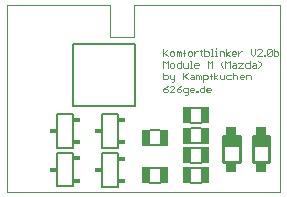
<source format=gto>
G75*
%MOIN*%
%OFA0B0*%
%FSLAX25Y25*%
%IPPOS*%
%LPD*%
%AMOC8*
5,1,8,0,0,1.08239X$1,22.5*
%
%ADD10C,0.00000*%
%ADD11C,0.00200*%
%ADD12C,0.00197*%
%ADD13C,0.00600*%
%ADD14R,0.02559X0.05512*%
%ADD15R,0.02300X0.01800*%
%ADD16C,0.00500*%
%ADD17C,0.01000*%
%ADD18R,0.03346X0.02953*%
%ADD19R,0.05315X0.03543*%
D10*
X0001098Y0086617D02*
X0001098Y0086633D01*
X0091965Y0086617D02*
X0091965Y0086633D01*
D11*
X0089998Y0071714D02*
X0089998Y0069512D01*
X0091099Y0069512D01*
X0091466Y0069879D01*
X0091466Y0070613D01*
X0091099Y0070980D01*
X0089998Y0070980D01*
X0089256Y0071347D02*
X0089256Y0069879D01*
X0088889Y0069512D01*
X0088155Y0069512D01*
X0087788Y0069879D01*
X0089256Y0071347D01*
X0088889Y0071714D01*
X0088155Y0071714D01*
X0087788Y0071347D01*
X0087788Y0069879D01*
X0087050Y0069879D02*
X0087050Y0069512D01*
X0086683Y0069512D01*
X0086683Y0069879D01*
X0087050Y0069879D01*
X0085941Y0069512D02*
X0084474Y0069512D01*
X0085941Y0070980D01*
X0085941Y0071347D01*
X0085575Y0071714D01*
X0084841Y0071714D01*
X0084474Y0071347D01*
X0083732Y0071714D02*
X0083732Y0070246D01*
X0082998Y0069512D01*
X0082264Y0070246D01*
X0082264Y0071714D01*
X0079313Y0070980D02*
X0078946Y0070980D01*
X0078212Y0070246D01*
X0078212Y0069512D02*
X0078212Y0070980D01*
X0077470Y0070613D02*
X0077470Y0070246D01*
X0076002Y0070246D01*
X0076002Y0069879D02*
X0076002Y0070613D01*
X0076369Y0070980D01*
X0077103Y0070980D01*
X0077470Y0070613D01*
X0077103Y0069512D02*
X0076369Y0069512D01*
X0076002Y0069879D01*
X0075262Y0069512D02*
X0074161Y0070246D01*
X0075262Y0070980D01*
X0074161Y0071714D02*
X0074161Y0069512D01*
X0073419Y0069512D02*
X0073419Y0070613D01*
X0073052Y0070980D01*
X0071951Y0070980D01*
X0071951Y0069512D01*
X0071212Y0069512D02*
X0070478Y0069512D01*
X0070845Y0069512D02*
X0070845Y0070980D01*
X0070478Y0070980D01*
X0070845Y0071714D02*
X0070845Y0072081D01*
X0069371Y0071714D02*
X0069371Y0069512D01*
X0069004Y0069512D02*
X0069738Y0069512D01*
X0068262Y0069879D02*
X0068262Y0070613D01*
X0067895Y0070980D01*
X0066795Y0070980D01*
X0066795Y0071714D02*
X0066795Y0069512D01*
X0067895Y0069512D01*
X0068262Y0069879D01*
X0069004Y0071714D02*
X0069371Y0071714D01*
X0066055Y0070980D02*
X0065321Y0070980D01*
X0065688Y0071347D02*
X0065688Y0069879D01*
X0066055Y0069512D01*
X0064581Y0070980D02*
X0064214Y0070980D01*
X0063480Y0070246D01*
X0063480Y0069512D02*
X0063480Y0070980D01*
X0062738Y0070613D02*
X0062738Y0069879D01*
X0062371Y0069512D01*
X0061637Y0069512D01*
X0061270Y0069879D01*
X0061270Y0070613D01*
X0061637Y0070980D01*
X0062371Y0070980D01*
X0062738Y0070613D01*
X0060531Y0070613D02*
X0059797Y0070613D01*
X0059055Y0070613D02*
X0059055Y0069512D01*
X0058321Y0069512D02*
X0058321Y0070613D01*
X0058688Y0070980D01*
X0059055Y0070613D01*
X0058321Y0070613D02*
X0057954Y0070980D01*
X0057587Y0070980D01*
X0057587Y0069512D01*
X0056845Y0069879D02*
X0056845Y0070613D01*
X0056478Y0070980D01*
X0055744Y0070980D01*
X0055377Y0070613D01*
X0055377Y0069879D01*
X0055744Y0069512D01*
X0056478Y0069512D01*
X0056845Y0069879D01*
X0054635Y0069512D02*
X0053534Y0070613D01*
X0053167Y0070246D02*
X0054635Y0071714D01*
X0053167Y0071714D02*
X0053167Y0069512D01*
X0053167Y0067777D02*
X0053901Y0067043D01*
X0054635Y0067777D01*
X0054635Y0065575D01*
X0055377Y0065942D02*
X0055744Y0065575D01*
X0056478Y0065575D01*
X0056845Y0065942D01*
X0056845Y0066676D01*
X0056478Y0067043D01*
X0055744Y0067043D01*
X0055377Y0066676D01*
X0055377Y0065942D01*
X0053167Y0065575D02*
X0053167Y0067777D01*
X0053167Y0063840D02*
X0053167Y0061638D01*
X0054268Y0061638D01*
X0054635Y0062005D01*
X0054635Y0062739D01*
X0054268Y0063106D01*
X0053167Y0063106D01*
X0055377Y0063106D02*
X0055377Y0062005D01*
X0055744Y0061638D01*
X0056845Y0061638D01*
X0056845Y0061271D02*
X0056478Y0060904D01*
X0056111Y0060904D01*
X0056845Y0061271D02*
X0056845Y0063106D01*
X0057954Y0065575D02*
X0057587Y0065942D01*
X0057587Y0066676D01*
X0057954Y0067043D01*
X0059055Y0067043D01*
X0059055Y0067777D02*
X0059055Y0065575D01*
X0057954Y0065575D01*
X0059797Y0065942D02*
X0060164Y0065575D01*
X0061264Y0065575D01*
X0061264Y0067043D01*
X0062006Y0067777D02*
X0062373Y0067777D01*
X0062373Y0065575D01*
X0062006Y0065575D02*
X0062740Y0065575D01*
X0063480Y0065942D02*
X0063480Y0066676D01*
X0063847Y0067043D01*
X0064581Y0067043D01*
X0064948Y0066676D01*
X0064948Y0066309D01*
X0063480Y0066309D01*
X0063480Y0065942D02*
X0063847Y0065575D01*
X0064581Y0065575D01*
X0064583Y0063106D02*
X0064216Y0063106D01*
X0064216Y0061638D01*
X0064950Y0061638D02*
X0064950Y0062739D01*
X0065317Y0063106D01*
X0065684Y0062739D01*
X0065684Y0061638D01*
X0066426Y0061638D02*
X0067527Y0061638D01*
X0067894Y0062005D01*
X0067894Y0062739D01*
X0067527Y0063106D01*
X0066426Y0063106D01*
X0066426Y0060904D01*
X0066789Y0059509D02*
X0066789Y0057308D01*
X0065688Y0057308D01*
X0065321Y0057675D01*
X0065321Y0058409D01*
X0065688Y0058775D01*
X0066789Y0058775D01*
X0067531Y0058409D02*
X0067531Y0057675D01*
X0067898Y0057308D01*
X0068632Y0057308D01*
X0068999Y0058042D02*
X0067531Y0058042D01*
X0067531Y0058409D02*
X0067898Y0058775D01*
X0068632Y0058775D01*
X0068999Y0058409D01*
X0068999Y0058042D01*
X0069003Y0061638D02*
X0069003Y0063473D01*
X0069370Y0063840D01*
X0070109Y0063840D02*
X0070109Y0061638D01*
X0070109Y0062372D02*
X0071210Y0063106D01*
X0071951Y0063106D02*
X0071951Y0062005D01*
X0072318Y0061638D01*
X0073419Y0061638D01*
X0073419Y0063106D01*
X0074161Y0062739D02*
X0074161Y0062005D01*
X0074528Y0061638D01*
X0075629Y0061638D01*
X0076371Y0061638D02*
X0076371Y0063840D01*
X0076738Y0063106D02*
X0077472Y0063106D01*
X0077839Y0062739D01*
X0077839Y0061638D01*
X0078581Y0062005D02*
X0078581Y0062739D01*
X0078948Y0063106D01*
X0079681Y0063106D01*
X0080048Y0062739D01*
X0080048Y0062372D01*
X0078581Y0062372D01*
X0078581Y0062005D02*
X0078948Y0061638D01*
X0079681Y0061638D01*
X0080790Y0061638D02*
X0080790Y0063106D01*
X0081891Y0063106D01*
X0082258Y0062739D01*
X0082258Y0061638D01*
X0081890Y0065575D02*
X0080789Y0065575D01*
X0080422Y0065942D01*
X0080422Y0066676D01*
X0080789Y0067043D01*
X0081890Y0067043D01*
X0081890Y0067777D02*
X0081890Y0065575D01*
X0082632Y0065942D02*
X0082999Y0066309D01*
X0084100Y0066309D01*
X0084100Y0066676D02*
X0084100Y0065575D01*
X0082999Y0065575D01*
X0082632Y0065942D01*
X0082999Y0067043D02*
X0083733Y0067043D01*
X0084100Y0066676D01*
X0084842Y0065575D02*
X0085576Y0066309D01*
X0085576Y0067043D01*
X0084842Y0067777D01*
X0079680Y0067043D02*
X0078212Y0065575D01*
X0079680Y0065575D01*
X0079680Y0067043D02*
X0078212Y0067043D01*
X0077470Y0066676D02*
X0077470Y0065575D01*
X0076369Y0065575D01*
X0076002Y0065942D01*
X0076369Y0066309D01*
X0077470Y0066309D01*
X0077470Y0066676D02*
X0077103Y0067043D01*
X0076369Y0067043D01*
X0075260Y0067777D02*
X0075260Y0065575D01*
X0074526Y0067043D02*
X0075260Y0067777D01*
X0074526Y0067043D02*
X0073792Y0067777D01*
X0073792Y0065575D01*
X0073053Y0065575D02*
X0072319Y0066309D01*
X0072319Y0067043D01*
X0073053Y0067777D01*
X0069367Y0067777D02*
X0069367Y0065575D01*
X0068633Y0067043D02*
X0069367Y0067777D01*
X0068633Y0067043D02*
X0067899Y0067777D01*
X0067899Y0065575D01*
X0068636Y0062739D02*
X0069370Y0062739D01*
X0070109Y0062372D02*
X0071210Y0061638D01*
X0074161Y0062739D02*
X0074528Y0063106D01*
X0075629Y0063106D01*
X0076371Y0062739D02*
X0076738Y0063106D01*
X0064950Y0062739D02*
X0064583Y0063106D01*
X0063474Y0062739D02*
X0063474Y0061638D01*
X0062373Y0061638D01*
X0062006Y0062005D01*
X0062373Y0062372D01*
X0063474Y0062372D01*
X0063474Y0062739D02*
X0063107Y0063106D01*
X0062373Y0063106D01*
X0061264Y0063840D02*
X0059797Y0062372D01*
X0060164Y0062739D02*
X0061264Y0061638D01*
X0059797Y0061638D02*
X0059797Y0063840D01*
X0059797Y0065942D02*
X0059797Y0067043D01*
X0060164Y0069512D02*
X0060164Y0071347D01*
X0060531Y0071714D01*
X0059055Y0059509D02*
X0058321Y0059142D01*
X0057587Y0058409D01*
X0058688Y0058409D01*
X0059055Y0058042D01*
X0059055Y0057675D01*
X0058688Y0057308D01*
X0057954Y0057308D01*
X0057587Y0057675D01*
X0057587Y0058409D01*
X0056845Y0058775D02*
X0056845Y0059142D01*
X0056478Y0059509D01*
X0055744Y0059509D01*
X0055377Y0059142D01*
X0054635Y0059509D02*
X0053901Y0059142D01*
X0053167Y0058409D01*
X0054268Y0058409D01*
X0054635Y0058042D01*
X0054635Y0057675D01*
X0054268Y0057308D01*
X0053534Y0057308D01*
X0053167Y0057675D01*
X0053167Y0058409D01*
X0055377Y0057308D02*
X0056845Y0058775D01*
X0056845Y0057308D02*
X0055377Y0057308D01*
X0059797Y0057675D02*
X0060164Y0057308D01*
X0061264Y0057308D01*
X0061264Y0056941D02*
X0061264Y0058775D01*
X0060164Y0058775D01*
X0059797Y0058409D01*
X0059797Y0057675D01*
X0060531Y0056574D02*
X0060898Y0056574D01*
X0061264Y0056941D01*
X0062006Y0057675D02*
X0062006Y0058409D01*
X0062373Y0058775D01*
X0063107Y0058775D01*
X0063474Y0058409D01*
X0063474Y0058042D01*
X0062006Y0058042D01*
X0062006Y0057675D02*
X0062373Y0057308D01*
X0063107Y0057308D01*
X0064216Y0057308D02*
X0064583Y0057308D01*
X0064583Y0057675D01*
X0064216Y0057675D01*
X0064216Y0057308D01*
D12*
X0091965Y0024137D02*
X0001098Y0024137D01*
X0001098Y0086617D01*
X0035350Y0086617D01*
X0035350Y0075712D01*
X0043224Y0075712D01*
X0043224Y0086617D01*
X0091965Y0086617D01*
X0091965Y0024137D01*
D13*
X0065705Y0027149D02*
X0062476Y0027149D01*
X0062476Y0032149D02*
X0065705Y0032149D01*
X0065705Y0033841D02*
X0062476Y0033841D01*
X0062476Y0038841D02*
X0065705Y0038841D01*
X0065657Y0040463D02*
X0062429Y0040463D01*
X0062429Y0045463D02*
X0065657Y0045463D01*
X0065705Y0047227D02*
X0062476Y0047227D01*
X0062476Y0052227D02*
X0065705Y0052227D01*
X0051925Y0044747D02*
X0048697Y0044747D01*
X0048697Y0039747D02*
X0051925Y0039747D01*
X0051925Y0032149D02*
X0048697Y0032149D01*
X0048697Y0027149D02*
X0051925Y0027149D01*
X0037911Y0025962D02*
X0032711Y0025962D01*
X0032711Y0037162D01*
X0037911Y0037162D01*
X0037911Y0025962D01*
X0037911Y0038962D02*
X0032711Y0038962D01*
X0032711Y0050162D01*
X0037911Y0050162D01*
X0037911Y0038962D01*
D14*
X0047431Y0042241D03*
X0053231Y0042241D03*
X0061164Y0042958D03*
X0066964Y0042958D03*
X0067011Y0036336D03*
X0061211Y0036336D03*
X0061211Y0029643D03*
X0067011Y0029643D03*
X0053231Y0029643D03*
X0047431Y0029643D03*
X0061211Y0049721D03*
X0067011Y0049721D03*
D15*
X0039261Y0048262D03*
X0039261Y0040862D03*
X0039261Y0035262D03*
X0039261Y0027862D03*
X0031361Y0031562D03*
X0024261Y0027925D03*
X0024261Y0035325D03*
X0024261Y0040744D03*
X0024261Y0048144D03*
X0031361Y0044562D03*
X0016361Y0044444D03*
X0016361Y0031625D03*
D16*
X0017711Y0026025D02*
X0017711Y0037225D01*
X0022911Y0037225D01*
X0022911Y0026025D01*
X0017711Y0026025D01*
X0017711Y0038844D02*
X0017711Y0050044D01*
X0022911Y0050044D01*
X0022911Y0038844D01*
X0017711Y0038844D01*
X0023146Y0052877D02*
X0023146Y0073349D01*
X0043618Y0073349D01*
X0043618Y0052877D01*
X0023146Y0052877D01*
D17*
X0073146Y0042641D02*
X0073146Y0033979D01*
X0078657Y0033979D01*
X0078657Y0042641D01*
X0073146Y0042641D01*
X0082988Y0042641D02*
X0082988Y0033979D01*
X0088500Y0033979D01*
X0088500Y0042641D01*
X0082988Y0042641D01*
D18*
X0085646Y0044511D03*
X0075803Y0044511D03*
X0075803Y0032109D03*
X0085646Y0032109D03*
D19*
X0085843Y0040672D03*
X0076000Y0040672D03*
M02*

</source>
